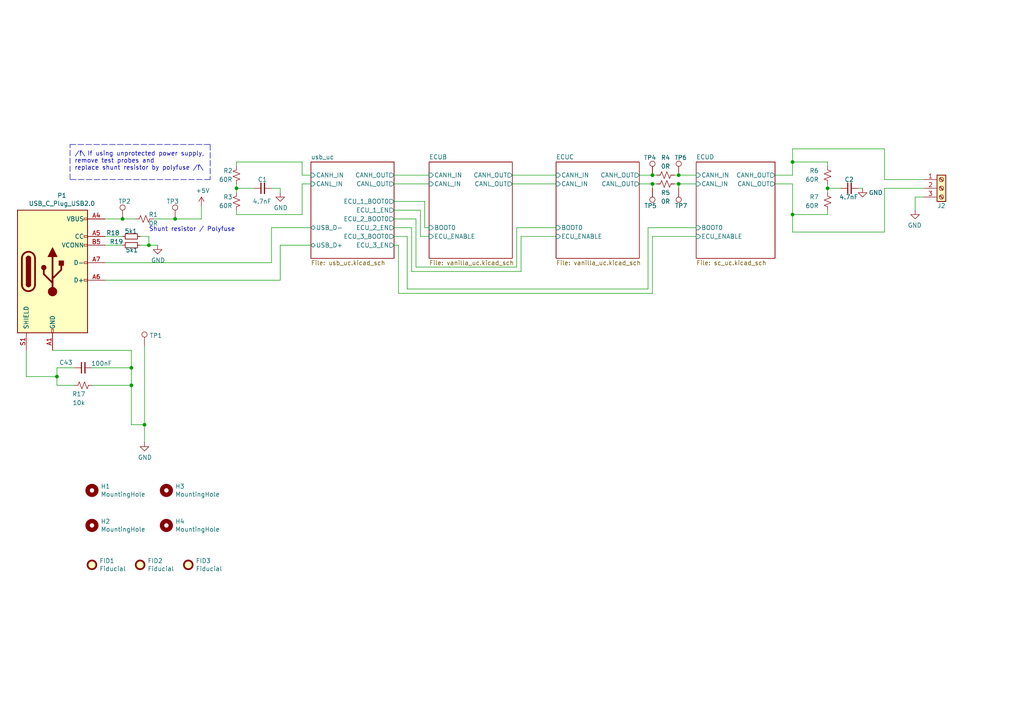
<source format=kicad_sch>
(kicad_sch (version 20231120) (generator "eeschema") (generator_version "8.0")
  (paper "A4")
  (title_block (title "RAMN: Resistant Automotive Miniature Network V1.0") (date "2024-02-20") (rev "B2L") (company "Copyright (c) 2024 TOYOTA MOTOR CORPORATION. ALL RIGHTS RESERVED.") (comment 3 "License: CC BY-SA 4.0") (comment 4 "https://github.com/toyotainfotech/ramn"))
  (lib_symbols
    (symbol "Connector:Screw_Terminal_01x03" (pin_names (offset 1.016) hide)
      (property "Reference" "J" (at 0 5.08 0))
      (property "Value" "Screw_Terminal_01x03" (at 0 -5.08 0))
      (symbol "Screw_Terminal_01x03_1_1"
        (rectangle (start -1.27 3.81) (end 1.27 -3.81) (stroke (width 0.254)) (fill (type background)))
        (circle (center 0 -2.54) (radius 0.635) (stroke (width 0.1524)))
        (polyline (pts (xy -0.5334 -2.2098) (xy 0.3302 -3.048)) (stroke (width 0.1524)))
        (polyline (pts (xy -0.5334 0.3302) (xy 0.3302 -0.508)) (stroke (width 0.1524)))
        (polyline (pts (xy -0.5334 2.8702) (xy 0.3302 2.032)) (stroke (width 0.1524)))
        (polyline (pts (xy -0.3556 -2.032) (xy 0.508 -2.8702)) (stroke (width 0.1524)))
        (polyline (pts (xy -0.3556 0.508) (xy 0.508 -0.3302)) (stroke (width 0.1524)))
        (polyline (pts (xy -0.3556 3.048) (xy 0.508 2.2098)) (stroke (width 0.1524)))
        (circle (center 0 0) (radius 0.635) (stroke (width 0.1524)))
        (circle (center 0 2.54) (radius 0.635) (stroke (width 0.1524)))
        (pin passive line (at -5.08 2.54 0) (length 3.81) (name "Pin_1") (number "1"))
        (pin passive line (at -5.08 0 0) (length 3.81) (name "Pin_2") (number "2"))
        (pin passive line (at -5.08 -2.54 0) (length 3.81) (name "Pin_3") (number "3"))
      )
    )
    (symbol "Connector:TestPoint" (pin_numbers hide) (pin_names (offset 0.762) hide)
      (property "Reference" "TP" (at 0 6.858 0))
      (property "Value" "TestPoint" (at 0 5.08 0))
      (symbol "TestPoint_0_1"
        (circle (center 0 3.302) (radius 0.762))
      )
      (symbol "TestPoint_1_1"
        (pin passive line (at 0 0 90) (length 2.54) (name "1") (number "1"))
      )
    )
    (symbol "Device:C_Small" (pin_numbers hide) (pin_names (offset 0.254) hide)
      (property "Reference" "C" (at 0.254 1.778 0))
      (property "Value" "C_Small" (at 0.254 -2.032 0))
      (symbol "C_Small_0_1"
        (polyline (pts (xy -1.524 -0.508) (xy 1.524 -0.508)) (stroke (width 0.3302)))
        (polyline (pts (xy -1.524 0.508) (xy 1.524 0.508)) (stroke (width 0.3048)))
      )
      (symbol "C_Small_1_1"
        (pin passive line (at 0 2.54 270) (length 2.032) (name "~") (number "1"))
        (pin passive line (at 0 -2.54 90) (length 2.032) (name "~") (number "2"))
      )
    )
    (symbol "Device:R_Small" (pin_numbers hide) (pin_names (offset 0.254) hide)
      (property "Reference" "R" (at 0.762 0.508 0))
      (property "Value" "R_Small" (at 0.762 -1.016 0))
      (symbol "R_Small_0_1"
        (rectangle (start -0.762 1.778) (end 0.762 -1.778) (stroke (width 0.2032)))
      )
      (symbol "R_Small_1_1"
        (pin passive line (at 0 2.54 270) (length 0.762) (name "~") (number "1"))
        (pin passive line (at 0 -2.54 90) (length 0.762) (name "~") (number "2"))
      )
    )
    (symbol "Device:R_Small_US" (pin_numbers hide) (pin_names (offset 0.254) hide)
      (property "Reference" "R" (at 0.762 0.508 0))
      (property "Value" "R_Small_US" (at 0.762 -1.016 0))
      (symbol "R_Small_US_1_1"
        (polyline (pts (xy 0 0) (xy 1.016 -0.381) (xy 0 -0.762) (xy -1.016 -1.143) (xy 0 -1.524)))
        (polyline (pts (xy 0 1.524) (xy 1.016 1.143) (xy 0 0.762) (xy -1.016 0.381) (xy 0 0)))
        (pin passive line (at 0 2.54 270) (length 1.016) (name "~") (number "1"))
        (pin passive line (at 0 -2.54 90) (length 1.016) (name "~") (number "2"))
      )
    )
    (symbol "HunterCat-NFC-rescue:USB_C_Plug_USB2.0-Connector" (pin_names (offset 1.016))
      (property "Reference" "P" (at -10.16 19.05 0))
      (property "Value" "USB_C_Plug_USB2.0-Connector" (at 12.7 19.05 0))
      (symbol "USB_C_Plug_USB2.0-Connector_0_0"
        (rectangle (start -0.254 -17.78) (end 0.254 -16.764))
        (rectangle (start 10.16 -2.286) (end 9.144 -2.794))
        (rectangle (start 10.16 2.794) (end 9.144 2.286))
        (rectangle (start 10.16 7.874) (end 9.144 7.366))
        (rectangle (start 10.16 10.414) (end 9.144 9.906))
        (rectangle (start 10.16 15.494) (end 9.144 14.986))
      )
      (symbol "USB_C_Plug_USB2.0-Connector_0_1"
        (rectangle (start -10.16 17.78) (end 10.16 -17.78) (stroke (width 0.254)) (fill (type background)))
        (arc (start -8.89 -3.81) (mid -6.985 -5.7067) (end -5.08 -3.81) (stroke (width 0.508)))
        (arc (start -7.62 -3.81) (mid -6.985 -4.4423) (end -6.35 -3.81) (stroke (width 0.254)))
        (arc (start -7.62 -3.81) (mid -6.985 -4.4423) (end -6.35 -3.81) (stroke (width 0.254)) (fill (type outline)))
        (rectangle (start -7.62 -3.81) (end -6.35 3.81) (stroke (width 0.254)) (fill (type outline)))
        (arc (start -6.35 3.81) (mid -6.985 4.4423) (end -7.62 3.81) (stroke (width 0.254)))
        (arc (start -6.35 3.81) (mid -6.985 4.4423) (end -7.62 3.81) (stroke (width 0.254)) (fill (type outline)))
        (arc (start -5.08 3.81) (mid -6.985 5.7067) (end -8.89 3.81) (stroke (width 0.508)))
        (circle (center -2.54 1.143) (radius 0.635) (stroke (width 0.254)) (fill (type outline)))
        (circle (center 0 -5.842) (radius 1.27) (fill (type outline)))
        (polyline (pts (xy -8.89 -3.81) (xy -8.89 3.81)) (stroke (width 0.508)))
        (polyline (pts (xy -5.08 3.81) (xy -5.08 -3.81)) (stroke (width 0.508)))
        (polyline (pts (xy 0 -5.842) (xy 0 4.318)) (stroke (width 0.508)))
        (polyline (pts (xy 0 -3.302) (xy -2.54 -0.762) (xy -2.54 0.508)) (stroke (width 0.508)))
        (polyline (pts (xy 0 -2.032) (xy 2.54 0.508) (xy 2.54 1.778)) (stroke (width 0.508)))
        (polyline (pts (xy -1.27 4.318) (xy 0 6.858) (xy 1.27 4.318) (xy -1.27 4.318)) (stroke (width 0.254)) (fill (type outline)))
        (rectangle (start 1.905 1.778) (end 3.175 3.048) (stroke (width 0.254)) (fill (type outline)))
      )
      (symbol "USB_C_Plug_USB2.0-Connector_1_1"
        (pin power_in line (at 0 -22.86 90) (length 5.08) (name "GND") (number "A1"))
        (pin passive line (at 0 -22.86 90) (length 5.08) hide (name "GND") (number "A12"))
        (pin power_in line (at 15.24 15.24 180) (length 5.08) (name "VBUS") (number "A4"))
        (pin bidirectional line (at 15.24 10.16 180) (length 5.08) (name "CC") (number "A5"))
        (pin bidirectional line (at 15.24 -2.54 180) (length 5.08) (name "D+") (number "A6"))
        (pin bidirectional line (at 15.24 2.54 180) (length 5.08) (name "D-") (number "A7"))
        (pin passive line (at 15.24 15.24 180) (length 5.08) hide (name "VBUS") (number "A9"))
        (pin passive line (at 0 -22.86 90) (length 5.08) hide (name "GND") (number "B1"))
        (pin passive line (at 0 -22.86 90) (length 5.08) hide (name "GND") (number "B12"))
        (pin passive line (at 15.24 15.24 180) (length 5.08) hide (name "VBUS") (number "B4"))
        (pin bidirectional line (at 15.24 7.62 180) (length 5.08) (name "VCONN") (number "B5"))
        (pin passive line (at 15.24 15.24 180) (length 5.08) hide (name "VBUS") (number "B9"))
        (pin passive line (at -7.62 -22.86 90) (length 5.08) (name "SHIELD") (number "S1"))
      )
    )
    (symbol "Mechanical:Fiducial" (exclude_from_sim yes) (in_bom no)
      (property "Reference" "FID" (at 0 5.08 0))
      (property "Value" "Fiducial" (at 0 3.175 0))
      (symbol "Fiducial_0_1"
        (circle (center 0 0) (radius 1.27) (stroke (width 0.508)) (fill (type background)))
      )
    )
    (symbol "Mechanical:MountingHole" (pin_names (offset 1.016)) (exclude_from_sim yes) (in_bom no)
      (property "Reference" "H" (at 0 5.08 0))
      (property "Value" "MountingHole" (at 0 3.175 0))
      (symbol "MountingHole_0_1"
        (circle (center 0 0) (radius 1.27) (stroke (width 1.27)))
      )
    )
    (symbol "power:GND" (power) (pin_names (offset 0))
      (property "Value" "GND" (at 0 -3.81 0))
      (symbol "GND_0_1"
        (polyline (pts (xy 0 0) (xy 0 -1.27) (xy 1.27 -1.27) (xy 0 -2.54) (xy -1.27 -1.27) (xy 0 -1.27)))
      )
      (symbol "GND_1_1"
        (pin power_in line (at 0 0 270) (length 0) hide (name "GND") (number "1"))
      )
    )
    (symbol "ramn-rescue:+5V-power" (power) (pin_names (offset 0))
      (property "Value" "power_+5V" (at 0 3.556 0))
      (symbol "+5V-power_0_1"
        (polyline (pts (xy -0.762 1.27) (xy 0 2.54)))
        (polyline (pts (xy 0 0) (xy 0 2.54)))
        (polyline (pts (xy 0 2.54) (xy 0.762 1.27)))
      )
      (symbol "+5V-power_1_1"
        (pin power_in line (at 0 0 90) (length 0) hide (name "+5V") (number "1"))
      )
    )
    (symbol "ramn-rescue:GND-power" (power) (pin_names (offset 0))
      (property "Value" "power_GND" (at 0 -3.81 0))
      (symbol "GND-power_0_1"
        (polyline (pts (xy 0 0) (xy 0 -1.27) (xy 1.27 -1.27) (xy 0 -2.54) (xy -1.27 -1.27) (xy 0 -1.27)))
      )
      (symbol "GND-power_1_1"
        (pin power_in line (at 0 0 270) (length 0) hide (name "GND") (number "1"))
      )
    )
  )
  (junction (at 196.85 53.34))
  (junction (at 16.51 109.22))
  (junction (at 189.23 50.8))
  (junction (at 196.85 50.8))
  (junction (at 43.18 71.12))
  (junction (at 229.87 46.99))
  (junction (at 38.1 111.76))
  (junction (at 38.1 106.68))
  (junction (at 68.58 54.61))
  (junction (at 50.8 63.5))
  (junction (at 229.87 62.23))
  (junction (at 41.91 123.19))
  (junction (at 240.03 54.61))
  (junction (at 35.56 63.5))
  (junction (at 189.23 53.34))
  (polyline (pts (xy 20.32 41.91) (xy 60.96 41.91)) (stroke (width 0) (type dash)))
  (wire (pts (xy 149.86 77.47) (xy 149.86 66.04)))
  (wire (pts (xy 189.23 53.34) (xy 185.42 53.34)))
  (wire (pts (xy 35.56 71.12) (xy 30.48 71.12)))
  (wire (pts (xy 189.23 68.58) (xy 189.23 85.09)))
  (wire (pts (xy 229.87 67.31) (xy 256.54 67.31)))
  (wire (pts (xy 187.96 83.82) (xy 187.96 66.04)))
  (wire (pts (xy 68.58 62.23) (xy 87.63 62.23)))
  (wire (pts (xy 68.58 48.26) (xy 68.58 46.99)))
  (wire (pts (xy 44.45 63.5) (xy 50.8 63.5)))
  (wire (pts (xy 114.3 71.12) (xy 115.57 71.12)))
  (wire (pts (xy 229.87 46.99) (xy 240.03 46.99)))
  (wire (pts (xy 240.03 62.23) (xy 240.03 60.96)))
  (wire (pts (xy 43.18 68.58) (xy 43.18 71.12)))
  (wire (pts (xy 123.19 58.42) (xy 123.19 66.04)))
  (wire (pts (xy 196.85 54.61) (xy 196.85 53.34)))
  (wire (pts (xy 267.97 52.07) (xy 256.54 52.07)))
  (wire (pts (xy 243.84 54.61) (xy 240.03 54.61)))
  (wire (pts (xy 26.67 106.68) (xy 38.1 106.68)))
  (wire (pts (xy 120.65 77.47) (xy 149.86 77.47)))
  (wire (pts (xy 119.38 78.74) (xy 151.13 78.74)))
  (wire (pts (xy 90.17 71.12) (xy 81.28 71.12)))
  (wire (pts (xy 41.91 100.33) (xy 41.91 123.19)))
  (wire (pts (xy 38.1 123.19) (xy 41.91 123.19)))
  (wire (pts (xy 240.03 48.26) (xy 240.03 46.99)))
  (wire (pts (xy 16.51 106.68) (xy 21.59 106.68)))
  (wire (pts (xy 201.93 53.34) (xy 196.85 53.34)))
  (wire (pts (xy 189.23 68.58) (xy 201.93 68.58)))
  (wire (pts (xy 121.92 68.58) (xy 124.46 68.58)))
  (wire (pts (xy 189.23 50.8) (xy 190.5 50.8)))
  (wire (pts (xy 90.17 66.04) (xy 78.74 66.04)))
  (wire (pts (xy 16.51 106.68) (xy 16.51 109.22)))
  (wire (pts (xy 229.87 53.34) (xy 229.87 62.23)))
  (wire (pts (xy 90.17 53.34) (xy 87.63 53.34)))
  (wire (pts (xy 38.1 106.68) (xy 38.1 111.76)))
  (wire (pts (xy 256.54 43.18) (xy 229.87 43.18)))
  (wire (pts (xy 114.3 63.5) (xy 120.65 63.5)))
  (wire (pts (xy 120.65 63.5) (xy 120.65 77.47)))
  (wire (pts (xy 16.51 109.22) (xy 16.51 111.76)))
  (polyline (pts (xy 60.96 41.91) (xy 60.96 52.07)) (stroke (width 0) (type dash)))
  (wire (pts (xy 78.74 66.04) (xy 78.74 76.2)))
  (wire (pts (xy 87.63 53.34) (xy 87.63 62.23)))
  (wire (pts (xy 16.51 111.76) (xy 21.59 111.76)))
  (wire (pts (xy 26.67 111.76) (xy 38.1 111.76)))
  (wire (pts (xy 30.48 81.28) (xy 81.28 81.28)))
  (polyline (pts (xy 20.32 52.07) (xy 20.32 41.91)) (stroke (width 0) (type dash)))
  (wire (pts (xy 38.1 111.76) (xy 38.1 123.19)))
  (wire (pts (xy 30.48 63.5) (xy 35.56 63.5)))
  (wire (pts (xy 43.18 71.12) (xy 45.72 71.12)))
  (wire (pts (xy 196.85 53.34) (xy 195.58 53.34)))
  (polyline (pts (xy 60.96 52.07) (xy 20.32 52.07)) (stroke (width 0) (type dash)))
  (wire (pts (xy 68.58 62.23) (xy 68.58 60.96)))
  (wire (pts (xy 81.28 54.61) (xy 78.74 54.61)))
  (wire (pts (xy 38.1 101.6) (xy 38.1 106.68)))
  (wire (pts (xy 256.54 54.61) (xy 267.97 54.61)))
  (wire (pts (xy 151.13 78.74) (xy 151.13 68.58)))
  (wire (pts (xy 39.37 63.5) (xy 35.56 63.5)))
  (wire (pts (xy 68.58 55.88) (xy 68.58 54.61)))
  (wire (pts (xy 87.63 50.8) (xy 87.63 46.99)))
  (wire (pts (xy 224.79 53.34) (xy 229.87 53.34)))
  (wire (pts (xy 40.64 68.58) (xy 43.18 68.58)))
  (wire (pts (xy 267.97 57.15) (xy 265.43 57.15)))
  (wire (pts (xy 7.62 101.6) (xy 7.62 109.22)))
  (wire (pts (xy 58.42 59.69) (xy 58.42 63.5)))
  (wire (pts (xy 240.03 53.34) (xy 240.03 54.61)))
  (wire (pts (xy 87.63 50.8) (xy 90.17 50.8)))
  (wire (pts (xy 41.91 123.19) (xy 41.91 128.27)))
  (wire (pts (xy 15.24 101.6) (xy 38.1 101.6)))
  (wire (pts (xy 148.59 53.34) (xy 161.29 53.34)))
  (wire (pts (xy 256.54 67.31) (xy 256.54 54.61)))
  (wire (pts (xy 151.13 68.58) (xy 161.29 68.58)))
  (wire (pts (xy 81.28 54.61) (xy 81.28 55.88)))
  (wire (pts (xy 81.28 71.12) (xy 81.28 81.28)))
  (wire (pts (xy 50.8 63.5) (xy 58.42 63.5)))
  (wire (pts (xy 118.11 83.82) (xy 187.96 83.82)))
  (wire (pts (xy 30.48 76.2) (xy 78.74 76.2)))
  (wire (pts (xy 256.54 52.07) (xy 256.54 43.18)))
  (wire (pts (xy 115.57 85.09) (xy 115.57 71.12)))
  (wire (pts (xy 40.64 71.12) (xy 43.18 71.12)))
  (wire (pts (xy 119.38 66.04) (xy 119.38 78.74)))
  (wire (pts (xy 68.58 54.61) (xy 68.58 53.34)))
  (wire (pts (xy 265.43 57.15) (xy 265.43 60.96)))
  (wire (pts (xy 229.87 62.23) (xy 229.87 67.31)))
  (wire (pts (xy 121.92 60.96) (xy 114.3 60.96)))
  (wire (pts (xy 196.85 50.8) (xy 201.93 50.8)))
  (wire (pts (xy 195.58 50.8) (xy 196.85 50.8)))
  (wire (pts (xy 73.66 54.61) (xy 68.58 54.61)))
  (wire (pts (xy 185.42 50.8) (xy 189.23 50.8)))
  (wire (pts (xy 115.57 85.09) (xy 189.23 85.09)))
  (wire (pts (xy 114.3 68.58) (xy 118.11 68.58)))
  (wire (pts (xy 248.92 54.61) (xy 250.19 54.61)))
  (wire (pts (xy 114.3 58.42) (xy 123.19 58.42)))
  (wire (pts (xy 114.3 66.04) (xy 119.38 66.04)))
  (wire (pts (xy 148.59 50.8) (xy 161.29 50.8)))
  (wire (pts (xy 68.58 46.99) (xy 87.63 46.99)))
  (wire (pts (xy 123.19 66.04) (xy 124.46 66.04)))
  (wire (pts (xy 118.11 68.58) (xy 118.11 83.82)))
  (wire (pts (xy 189.23 54.61) (xy 189.23 53.34)))
  (wire (pts (xy 190.5 53.34) (xy 189.23 53.34)))
  (wire (pts (xy 149.86 66.04) (xy 161.29 66.04)))
  (wire (pts (xy 7.62 109.22) (xy 16.51 109.22)))
  (wire (pts (xy 35.56 68.58) (xy 30.48 68.58)))
  (wire (pts (xy 121.92 60.96) (xy 121.92 68.58)))
  (wire (pts (xy 114.3 50.8) (xy 124.46 50.8)))
  (wire (pts (xy 240.03 54.61) (xy 240.03 55.88)))
  (wire (pts (xy 240.03 62.23) (xy 229.87 62.23)))
  (wire (pts (xy 224.79 50.8) (xy 229.87 50.8)))
  (wire (pts (xy 229.87 46.99) (xy 229.87 50.8)))
  (wire (pts (xy 114.3 53.34) (xy 124.46 53.34)))
  (wire (pts (xy 187.96 66.04) (xy 201.93 66.04)))
  (wire (pts (xy 229.87 43.18) (xy 229.87 46.99)))
  (text "/!\\ If using unprotected power supply, \nremove test probes and \nreplace shunt resistor by polyfuse /!\\" (at 21.59 49.53 0) (effects (font (size 1.27 1.27)) (justify left bottom)))
  (text "Shunt resistor / Polyfuse" (at 43.18 67.31 0) (effects (font (size 1.27 1.27)) (justify left bottom)))
  (symbol (lib_id "Connector:TestPoint") (at 35.56 63.5 0) (unit 1)
    (property "Reference" "TP2" (at 34.29 58.42 0) (effects (justify left)))
    (property "Value" " " (at 37.0332 62.8142 0) (effects (justify left)))
    (property "Footprint" "Global_Library:KEYSTONE_5002" (effects (hide yes)))
  )
  (symbol (lib_id "Connector:TestPoint") (at 50.8 63.5 0) (unit 1)
    (property "Reference" "TP3" (at 48.26 58.42 0) (effects (justify left)))
    (property "Value" " " (at 52.2732 62.8142 0) (effects (justify left)))
    (property "Footprint" "Global_Library:KEYSTONE_5002" (effects (hide yes)))
  )
  (symbol (lib_id "Device:R_Small_US") (at 41.91 63.5 270) (unit 1)
    (property "Reference" "R1" (at 44.45 62.23 90))
    (property "Value" "0R" (at 44.45 64.77 90))
    (property "Footprint" "Resistor_SMD:R_0603_1608Metric" (effects (hide yes)))
  )
  (symbol (lib_id "ramn-rescue:GND-power") (at 41.91 128.27 0) (unit 1)
    (property "Reference" "#PWR01" (effects (hide yes)))
    (property "Value" "GND" (at 42.037 132.6642 0))
  )
  (symbol (lib_id "ramn-rescue:+5V-power") (at 58.42 59.69 0) (unit 1)
    (property "Reference" "#PWR02" (effects (hide yes)))
    (property "Value" "+5V" (at 58.801 55.2958 0))
  )
  (symbol (lib_id "Mechanical:MountingHole") (at 26.67 142.24 0) (unit 1)
    (property "Reference" "H1" (at 29.21 141.0716 0) (effects (justify left)))
    (property "Value" "MountingHole" (at 29.21 143.383 0) (effects (justify left)))
    (property "Footprint" "MountingHole:MountingHole_3.2mm_M3_ISO7380" (effects (hide yes)))
  )
  (symbol (lib_id "Mechanical:MountingHole") (at 48.26 142.24 0) (unit 1)
    (property "Reference" "H3" (at 50.8 141.0716 0) (effects (justify left)))
    (property "Value" "MountingHole" (at 50.8 143.383 0) (effects (justify left)))
    (property "Footprint" "MountingHole:MountingHole_3.2mm_M3_ISO7380" (effects (hide yes)))
  )
  (symbol (lib_id "Device:R_Small_US") (at 193.04 50.8 270) (unit 1)
    (property "Reference" "R4" (at 193.04 45.72 90))
    (property "Value" "0R" (at 193.04 48.26 90))
    (property "Footprint" "Resistor_SMD:R_0603_1608Metric" (effects (hide yes)))
  )
  (symbol (lib_id "Device:R_Small_US") (at 193.04 53.34 270) (unit 1)
    (property "Reference" "R5" (at 193.04 55.88 90))
    (property "Value" "0R" (at 193.04 58.42 90))
    (property "Footprint" "Resistor_SMD:R_0603_1608Metric" (effects (hide yes)))
  )
  (symbol (lib_id "Connector:TestPoint") (at 189.23 50.8 0) (unit 1)
    (property "Reference" "TP4" (at 186.69 45.72 0) (effects (justify left)))
    (property "Value" " " (at 190.7032 50.1142 0) (effects (justify left)))
    (property "Footprint" "Global_Library:KEYSTONE_5002" (effects (hide yes)))
  )
  (symbol (lib_id "Connector:TestPoint") (at 189.23 54.61 180) (unit 1)
    (property "Reference" "TP5" (at 190.5 59.69 0) (effects (justify left)))
    (property "Value" " " (at 187.7568 55.2958 0) (effects (justify left)))
    (property "Footprint" "Global_Library:KEYSTONE_5002" (effects (hide yes)))
  )
  (symbol (lib_id "Connector:TestPoint") (at 196.85 54.61 180) (unit 1)
    (property "Reference" "TP7" (at 199.39 59.69 0) (effects (justify left)))
    (property "Value" " " (at 195.3768 55.2958 0) (effects (justify left)))
    (property "Footprint" "Global_Library:KEYSTONE_5002" (effects (hide yes)))
  )
  (symbol (lib_id "Connector:TestPoint") (at 196.85 50.8 0) (unit 1)
    (property "Reference" "TP6" (at 195.58 45.72 0) (effects (justify left)))
    (property "Value" " " (at 198.3232 50.1142 0) (effects (justify left)))
    (property "Footprint" "Global_Library:KEYSTONE_5002" (effects (hide yes)))
  )
  (symbol (lib_id "Device:R_Small_US") (at 68.58 58.42 0) (mirror y) (unit 1)
    (property "Reference" "R3" (at 64.77 57.15 0) (effects (justify right)))
    (property "Value" "60R" (at 63.5 59.69 0) (effects (justify right)))
    (property "Footprint" "Resistor_SMD:R_0603_1608Metric" (effects (hide yes)))
  )
  (symbol (lib_id "Device:C_Small") (at 76.2 54.61 90) (unit 1)
    (property "Reference" "C1" (at 77.47 52.07 90) (effects (justify left)))
    (property "Value" "4.7nF" (at 78.74 58.42 90) (effects (justify left)))
    (property "Footprint" "Capacitor_SMD:C_0603_1608Metric" (effects (hide yes)))
  )
  (symbol (lib_id "Device:R_Small_US") (at 68.58 50.8 0) (mirror y) (unit 1)
    (property "Reference" "R2" (at 64.77 49.53 0) (effects (justify right)))
    (property "Value" "60R" (at 63.5 52.07 0) (effects (justify right)))
    (property "Footprint" "Resistor_SMD:R_0603_1608Metric" (effects (hide yes)))
  )
  (symbol (lib_id "ramn-rescue:GND-power") (at 81.28 55.88 0) (unit 1)
    (property "Reference" "#PWR03" (effects (hide yes)))
    (property "Value" "GND" (at 81.407 60.2742 0))
  )
  (symbol (lib_id "Device:R_Small_US") (at 240.03 58.42 0) (unit 1)
    (property "Reference" "R7" (at 237.49 57.15 0) (effects (justify right)))
    (property "Value" "60R" (at 237.49 59.69 0) (effects (justify right)))
    (property "Footprint" "Resistor_SMD:R_0603_1608Metric" (effects (hide yes)))
  )
  (symbol (lib_id "Device:C_Small") (at 246.38 54.61 90) (mirror x) (unit 1)
    (property "Reference" "C2" (at 247.65 52.07 90) (effects (justify left)))
    (property "Value" "4.7nF" (at 248.92 57.15 90) (effects (justify left)))
    (property "Footprint" "Capacitor_SMD:C_0603_1608Metric" (effects (hide yes)))
  )
  (symbol (lib_id "Device:R_Small_US") (at 240.03 50.8 0) (unit 1)
    (property "Reference" "R6" (at 237.49 49.53 0) (effects (justify right)))
    (property "Value" "60R" (at 237.49 52.07 0) (effects (justify right)))
    (property "Footprint" "Resistor_SMD:R_0603_1608Metric" (effects (hide yes)))
  )
  (symbol (lib_id "ramn-rescue:GND-power") (at 250.19 54.61 0) (mirror y) (unit 1)
    (property "Reference" "#PWR04" (effects (hide yes)))
    (property "Value" "GND" (at 254 55.88 0))
  )
  (symbol (lib_id "Connector:Screw_Terminal_01x03") (at 273.05 54.61 0) (unit 1)
    (property "Reference" "J2" (at 273.05 59.69 0))
    (property "Value" "Screw_Terminal_01x03" (effects (hide yes)))
    (property "Footprint" "TerminalBlock_Phoenix:TerminalBlock_Phoenix_PTSM-0,5-3-2.5-V-THR_1x03_P2.50mm_Vertical" (effects (hide yes)))
  )
  (symbol (lib_id "ramn-rescue:GND-power") (at 265.43 60.96 0) (mirror y) (unit 1)
    (property "Reference" "#PWR05" (effects (hide yes)))
    (property "Value" "GND" (at 265.303 65.3542 0))
  )
  (symbol (lib_id "Mechanical:MountingHole") (at 26.67 152.4 0) (unit 1)
    (property "Reference" "H2" (at 29.21 151.2316 0) (effects (justify left)))
    (property "Value" "MountingHole" (at 29.21 153.543 0) (effects (justify left)))
    (property "Footprint" "MountingHole:MountingHole_3.2mm_M3_ISO7380" (effects (hide yes)))
  )
  (symbol (lib_id "Mechanical:MountingHole") (at 48.26 152.4 0) (unit 1)
    (property "Reference" "H4" (at 50.8 151.2316 0) (effects (justify left)))
    (property "Value" "MountingHole" (at 50.8 153.543 0) (effects (justify left)))
    (property "Footprint" "MountingHole:MountingHole_3.2mm_M3_ISO7380" (effects (hide yes)))
  )
  (symbol (lib_id "Connector:TestPoint") (at 41.91 100.33 0) (unit 1)
    (property "Reference" "TP1" (at 43.3832 97.3328 0) (effects (justify left)))
    (property "Value" " " (at 43.3832 99.6442 0) (effects (justify left)))
    (property "Footprint" "Global_Library:KEYSTONE_5002" (effects (hide yes)))
  )
  (symbol (lib_id "Mechanical:Fiducial") (at 26.67 163.83 0) (unit 1)
    (property "Reference" "FID1" (at 28.829 162.6616 0) (effects (justify left)))
    (property "Value" "Fiducial" (at 28.829 164.973 0) (effects (justify left)))
    (property "Footprint" "Fiducial:Fiducial_1mm_Mask2mm" (effects (hide yes)))
  )
  (symbol (lib_id "Mechanical:Fiducial") (at 40.64 163.83 0) (unit 1)
    (property "Reference" "FID2" (at 42.799 162.6616 0) (effects (justify left)))
    (property "Value" "Fiducial" (at 42.799 164.973 0) (effects (justify left)))
    (property "Footprint" "Fiducial:Fiducial_1mm_Mask2mm" (effects (hide yes)))
  )
  (symbol (lib_id "Mechanical:Fiducial") (at 54.61 163.83 0) (unit 1)
    (property "Reference" "FID3" (at 56.769 162.6616 0) (effects (justify left)))
    (property "Value" "Fiducial" (at 56.769 164.973 0) (effects (justify left)))
    (property "Footprint" "Fiducial:Fiducial_1mm_Mask2mm" (effects (hide yes)))
  )
  (symbol (lib_id "Device:R_Small_US") (at 24.13 111.76 90) (unit 1)
    (property "Reference" "R17" (at 22.86 114.3 90))
    (property "Value" "10k" (at 22.86 116.84 90))
    (property "Footprint" "Resistor_SMD:R_0603_1608Metric" (effects (hide yes)))
  )
  (symbol (lib_id "Device:C_Small") (at 24.13 106.68 90) (unit 1)
    (property "Reference" "C43" (at 21.082 105.156 90) (effects (justify left)))
    (property "Value" "100nF" (at 32.512 105.41 90) (effects (justify left)))
    (property "Footprint" "Capacitor_SMD:C_0603_1608Metric" (effects (hide yes)))
  )
  (symbol (lib_id "power:GND") (at 45.72 71.12 0) (unit 1)
    (property "Reference" "#PWR081" (effects (hide yes)))
    (property "Value" "GND" (at 45.847 75.5142 0))
  )
  (symbol (lib_id "HunterCat-NFC-rescue:USB_C_Plug_USB2.0-Connector") (at 15.24 78.74 0) (unit 1)
    (property "Reference" "P1" (at 17.9578 56.7182 0))
    (property "Value" "USB_C_Plug_USB2.0" (at 17.9578 59.0296 0))
    (property "Footprint" "Library:C393939" (effects (hide yes)))
    (property "Datasheet" "https://datasheet.lcsc.com/lcsc/2108132030_Korean-Hroparts-Elec-TYPE-C-31-M-31_C2760486.pdf" (effects (hide yes)))
    (property "manf#" "TYPE-C-31-M-31" (effects (hide yes)))
    (property "LCSC#" "C393939" (effects (hide yes)))
    (property "provedor" "LCSC" (effects (hide yes)))
  )
  (symbol (lib_id "Device:R_Small") (at 38.1 71.12 270) (unit 1)
    (property "Reference" "R19" (at 33.782 70.104 90))
    (property "Value" "5k1" (at 38.227 72.517 90))
    (property "Footprint" "Resistor_SMD:R_0603_1608Metric" (effects (hide yes)))
    (property "Datasheet" "https://datasheet.lcsc.com/lcsc/1810170519_PANASONIC-ERJ3RBD5101V_C191782.pdf" (effects (hide yes)))
    (property "manf#" "ERJ3RBD5101V" (effects (hide yes)))
    (property "LCSC#" "C191782" (effects (hide yes)))
    (property "provedor" "LCSC" (effects (hide yes)))
  )
  (symbol (lib_id "Device:R_Small") (at 38.1 68.58 270) (unit 1)
    (property "Reference" "R18" (at 32.766 67.564 90))
    (property "Value" "5k1" (at 37.973 67.056 90))
    (property "Footprint" "Resistor_SMD:R_0603_1608Metric" (effects (hide yes)))
    (property "Datasheet" "https://datasheet.lcsc.com/lcsc/1810170519_PANASONIC-ERJ3RBD5101V_C191782.pdf" (effects (hide yes)))
    (property "manf#" "ERJ3RBD5101V" (effects (hide yes)))
    (property "LCSC#" "C191782" (effects (hide yes)))
    (property "provedor" "LCSC" (effects (hide yes)))
  )
  (sheet (at 201.93 46.99) (size 22.86 27.94)
    (property "Sheetname" "ECUD" (at 201.93 46.2784 0) (effects (justify left bottom)))
    (property "Sheetfile" "sc_uc.kicad_sch" (at 201.93 75.5146 0) (effects (justify left top)))
    (pin "CANL_OUT" output (at 224.79 53.34 0))
    (pin "CANL_IN" input (at 201.93 53.34 180))
    (pin "CANH_OUT" output (at 224.79 50.8 0))
    (pin "CANH_IN" input (at 201.93 50.8 180))
    (pin "ECU_ENABLE" input (at 201.93 68.58 180))
    (pin "BOOT0" input (at 201.93 66.04 180))
  )
  (sheet (at 124.46 46.99) (size 24.13 27.94)
    (property "Sheetname" "ECUB" (at 124.46 46.2784 0) (effects (justify left bottom)))
    (property "Sheetfile" "vanilla_uc.kicad_sch" (at 124.46 75.5146 0) (effects (justify left top)))
    (pin "CANL_OUT" output (at 148.59 53.34 0))
    (pin "CANL_IN" input (at 124.46 53.34 180))
    (pin "CANH_OUT" output (at 148.59 50.8 0))
    (pin "CANH_IN" input (at 124.46 50.8 180))
    (pin "ECU_ENABLE" input (at 124.46 68.58 180))
    (pin "BOOT0" input (at 124.46 66.04 180))
  )
  (sheet (at 90.17 46.99) (size 24.13 27.94)
    (property "Sheetname" "usb_uc" (at 90.17 46.2784 0) (effects (justify left bottom)))
    (property "Sheetfile" "usb_uc.kicad_sch" (at 90.17 75.5146 0) (effects (justify left top)))
    (pin "CANL_OUT" output (at 114.3 53.34 0))
    (pin "CANL_IN" input (at 90.17 53.34 180))
    (pin "CANH_OUT" output (at 114.3 50.8 0))
    (pin "CANH_IN" input (at 90.17 50.8 180))
    (pin "USB_D-" bidirectional (at 90.17 66.04 180))
    (pin "USB_D+" bidirectional (at 90.17 71.12 180))
    (pin "ECU_3_EN" output (at 114.3 71.12 0))
    (pin "ECU_2_EN" output (at 114.3 66.04 0))
    (pin "ECU_1_EN" output (at 114.3 60.96 0))
    (pin "ECU_2_BOOT0" output (at 114.3 63.5 0))
    (pin "ECU_3_BOOT0" output (at 114.3 68.58 0))
    (pin "ECU_1_BOOT0" output (at 114.3 58.42 0))
  )
  (sheet (at 161.29 46.99) (size 24.13 27.94)
    (property "Sheetname" "ECUC" (at 161.29 46.2784 0) (effects (justify left bottom)))
    (property "Sheetfile" "vanilla_uc.kicad_sch" (at 161.29 75.5146 0) (effects (justify left top)))
    (pin "CANL_OUT" output (at 185.42 53.34 0))
    (pin "CANL_IN" input (at 161.29 53.34 180))
    (pin "CANH_OUT" output (at 185.42 50.8 0))
    (pin "CANH_IN" input (at 161.29 50.8 180))
    (pin "ECU_ENABLE" input (at 161.29 68.58 180))
    (pin "BOOT0" input (at 161.29 66.04 180))
  )
)
</source>
